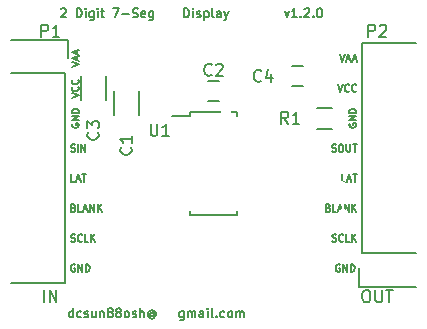
<source format=gbr>
G04 #@! TF.FileFunction,Legend,Top*
%FSLAX46Y46*%
G04 Gerber Fmt 4.6, Leading zero omitted, Abs format (unit mm)*
G04 Created by KiCad (PCBNEW (2015-12-09 BZR 6195)-product) date Sun Sep  4 13:43:46 2016*
%MOMM*%
G01*
G04 APERTURE LIST*
%ADD10C,0.100000*%
%ADD11C,0.150000*%
%ADD12R,1.600000X0.400000*%
%ADD13R,1.600000X1.600000*%
%ADD14C,1.600000*%
%ADD15R,3.302000X1.778000*%
%ADD16R,2.032000X1.778000*%
%ADD17R,1.600000X1.200000*%
%ADD18R,1.100000X1.250000*%
%ADD19R,1.000000X1.300000*%
%ADD20C,1.143000*%
%ADD21C,0.889000*%
G04 APERTURE END LIST*
D10*
D11*
X155473572Y-107650000D02*
X155416429Y-107621429D01*
X155330715Y-107621429D01*
X155245000Y-107650000D01*
X155187858Y-107707143D01*
X155159286Y-107764286D01*
X155130715Y-107878571D01*
X155130715Y-107964286D01*
X155159286Y-108078571D01*
X155187858Y-108135714D01*
X155245000Y-108192857D01*
X155330715Y-108221429D01*
X155387858Y-108221429D01*
X155473572Y-108192857D01*
X155502143Y-108164286D01*
X155502143Y-107964286D01*
X155387858Y-107964286D01*
X155759286Y-108221429D02*
X155759286Y-107621429D01*
X156102143Y-108221429D01*
X156102143Y-107621429D01*
X156387857Y-108221429D02*
X156387857Y-107621429D01*
X156530714Y-107621429D01*
X156616429Y-107650000D01*
X156673571Y-107707143D01*
X156702143Y-107764286D01*
X156730714Y-107878571D01*
X156730714Y-107964286D01*
X156702143Y-108078571D01*
X156673571Y-108135714D01*
X156616429Y-108192857D01*
X156530714Y-108221429D01*
X156387857Y-108221429D01*
X154486286Y-102827143D02*
X154572000Y-102855714D01*
X154600572Y-102884286D01*
X154629143Y-102941429D01*
X154629143Y-103027143D01*
X154600572Y-103084286D01*
X154572000Y-103112857D01*
X154514858Y-103141429D01*
X154286286Y-103141429D01*
X154286286Y-102541429D01*
X154486286Y-102541429D01*
X154543429Y-102570000D01*
X154572000Y-102598571D01*
X154600572Y-102655714D01*
X154600572Y-102712857D01*
X154572000Y-102770000D01*
X154543429Y-102798571D01*
X154486286Y-102827143D01*
X154286286Y-102827143D01*
X155172000Y-103141429D02*
X154886286Y-103141429D01*
X154886286Y-102541429D01*
X155343429Y-102970000D02*
X155629143Y-102970000D01*
X155286286Y-103141429D02*
X155486286Y-102541429D01*
X155686286Y-103141429D01*
X155886286Y-103141429D02*
X155886286Y-102541429D01*
X156229143Y-103141429D01*
X156229143Y-102541429D01*
X156514857Y-103141429D02*
X156514857Y-102541429D01*
X156857714Y-103141429D02*
X156600571Y-102798571D01*
X156857714Y-102541429D02*
X156514857Y-102884286D01*
X156291000Y-95707142D02*
X156262429Y-95764285D01*
X156262429Y-95849999D01*
X156291000Y-95935714D01*
X156348143Y-95992856D01*
X156405286Y-96021428D01*
X156519571Y-96049999D01*
X156605286Y-96049999D01*
X156719571Y-96021428D01*
X156776714Y-95992856D01*
X156833857Y-95935714D01*
X156862429Y-95849999D01*
X156862429Y-95792856D01*
X156833857Y-95707142D01*
X156805286Y-95678571D01*
X156605286Y-95678571D01*
X156605286Y-95792856D01*
X156862429Y-95421428D02*
X156262429Y-95421428D01*
X156862429Y-95078571D01*
X156262429Y-95078571D01*
X156862429Y-94792857D02*
X156262429Y-94792857D01*
X156262429Y-94650000D01*
X156291000Y-94564285D01*
X156348143Y-94507143D01*
X156405286Y-94478571D01*
X156519571Y-94450000D01*
X156605286Y-94450000D01*
X156719571Y-94478571D01*
X156776714Y-94507143D01*
X156833857Y-94564285D01*
X156862429Y-94650000D01*
X156862429Y-94792857D01*
X154829143Y-105652857D02*
X154914857Y-105681429D01*
X155057714Y-105681429D01*
X155114857Y-105652857D01*
X155143428Y-105624286D01*
X155172000Y-105567143D01*
X155172000Y-105510000D01*
X155143428Y-105452857D01*
X155114857Y-105424286D01*
X155057714Y-105395714D01*
X154943428Y-105367143D01*
X154886286Y-105338571D01*
X154857714Y-105310000D01*
X154829143Y-105252857D01*
X154829143Y-105195714D01*
X154857714Y-105138571D01*
X154886286Y-105110000D01*
X154943428Y-105081429D01*
X155086286Y-105081429D01*
X155172000Y-105110000D01*
X155772000Y-105624286D02*
X155743429Y-105652857D01*
X155657715Y-105681429D01*
X155600572Y-105681429D01*
X155514857Y-105652857D01*
X155457715Y-105595714D01*
X155429143Y-105538571D01*
X155400572Y-105424286D01*
X155400572Y-105338571D01*
X155429143Y-105224286D01*
X155457715Y-105167143D01*
X155514857Y-105110000D01*
X155600572Y-105081429D01*
X155657715Y-105081429D01*
X155743429Y-105110000D01*
X155772000Y-105138571D01*
X156314857Y-105681429D02*
X156029143Y-105681429D01*
X156029143Y-105081429D01*
X156514857Y-105681429D02*
X156514857Y-105081429D01*
X156857714Y-105681429D02*
X156600571Y-105338571D01*
X156857714Y-105081429D02*
X156514857Y-105424286D01*
X155943428Y-100601429D02*
X155657714Y-100601429D01*
X155657714Y-100001429D01*
X156114857Y-100430000D02*
X156400571Y-100430000D01*
X156057714Y-100601429D02*
X156257714Y-100001429D01*
X156457714Y-100601429D01*
X156572000Y-100001429D02*
X156914857Y-100001429D01*
X156743428Y-100601429D02*
X156743428Y-100001429D01*
X157623000Y-109815381D02*
X157813477Y-109815381D01*
X157908715Y-109863000D01*
X158003953Y-109958238D01*
X158051572Y-110148714D01*
X158051572Y-110482048D01*
X158003953Y-110672524D01*
X157908715Y-110767762D01*
X157813477Y-110815381D01*
X157623000Y-110815381D01*
X157527762Y-110767762D01*
X157432524Y-110672524D01*
X157384905Y-110482048D01*
X157384905Y-110148714D01*
X157432524Y-109958238D01*
X157527762Y-109863000D01*
X157623000Y-109815381D01*
X158480143Y-109815381D02*
X158480143Y-110624905D01*
X158527762Y-110720143D01*
X158575381Y-110767762D01*
X158670619Y-110815381D01*
X158861096Y-110815381D01*
X158956334Y-110767762D01*
X159003953Y-110720143D01*
X159051572Y-110624905D01*
X159051572Y-109815381D01*
X159384905Y-109815381D02*
X159956334Y-109815381D01*
X159670619Y-110815381D02*
X159670619Y-109815381D01*
X130413191Y-110815381D02*
X130413191Y-109815381D01*
X130889381Y-110815381D02*
X130889381Y-109815381D01*
X131460810Y-110815381D01*
X131460810Y-109815381D01*
X132767429Y-90884286D02*
X133367429Y-90684286D01*
X132767429Y-90484286D01*
X133196000Y-90312857D02*
X133196000Y-90027143D01*
X133367429Y-90370000D02*
X132767429Y-90170000D01*
X133367429Y-89970000D01*
X133196000Y-89798571D02*
X133196000Y-89512857D01*
X133367429Y-89855714D02*
X132767429Y-89655714D01*
X133367429Y-89455714D01*
X132767429Y-93510000D02*
X133367429Y-93310000D01*
X132767429Y-93110000D01*
X133310286Y-92567143D02*
X133338857Y-92595714D01*
X133367429Y-92681428D01*
X133367429Y-92738571D01*
X133338857Y-92824286D01*
X133281714Y-92881428D01*
X133224571Y-92910000D01*
X133110286Y-92938571D01*
X133024571Y-92938571D01*
X132910286Y-92910000D01*
X132853143Y-92881428D01*
X132796000Y-92824286D01*
X132767429Y-92738571D01*
X132767429Y-92681428D01*
X132796000Y-92595714D01*
X132824571Y-92567143D01*
X133310286Y-91967143D02*
X133338857Y-91995714D01*
X133367429Y-92081428D01*
X133367429Y-92138571D01*
X133338857Y-92224286D01*
X133281714Y-92281428D01*
X133224571Y-92310000D01*
X133110286Y-92338571D01*
X133024571Y-92338571D01*
X132910286Y-92310000D01*
X132853143Y-92281428D01*
X132796000Y-92224286D01*
X132767429Y-92138571D01*
X132767429Y-92081428D01*
X132796000Y-91995714D01*
X132824571Y-91967143D01*
X150792857Y-86199286D02*
X150971428Y-86699286D01*
X151150000Y-86199286D01*
X151828572Y-86699286D02*
X151400000Y-86699286D01*
X151614286Y-86699286D02*
X151614286Y-85949286D01*
X151542857Y-86056429D01*
X151471429Y-86127857D01*
X151400000Y-86163571D01*
X152150000Y-86627857D02*
X152185715Y-86663571D01*
X152150000Y-86699286D01*
X152114286Y-86663571D01*
X152150000Y-86627857D01*
X152150000Y-86699286D01*
X152471429Y-86020714D02*
X152507143Y-85985000D01*
X152578572Y-85949286D01*
X152757143Y-85949286D01*
X152828572Y-85985000D01*
X152864286Y-86020714D01*
X152900001Y-86092143D01*
X152900001Y-86163571D01*
X152864286Y-86270714D01*
X152435715Y-86699286D01*
X152900001Y-86699286D01*
X153221429Y-86627857D02*
X153257144Y-86663571D01*
X153221429Y-86699286D01*
X153185715Y-86663571D01*
X153221429Y-86627857D01*
X153221429Y-86699286D01*
X153721430Y-85949286D02*
X153792858Y-85949286D01*
X153864287Y-85985000D01*
X153900001Y-86020714D01*
X153935715Y-86092143D01*
X153971430Y-86235000D01*
X153971430Y-86413571D01*
X153935715Y-86556429D01*
X153900001Y-86627857D01*
X153864287Y-86663571D01*
X153792858Y-86699286D01*
X153721430Y-86699286D01*
X153650001Y-86663571D01*
X153614287Y-86627857D01*
X153578572Y-86556429D01*
X153542858Y-86413571D01*
X153542858Y-86235000D01*
X153578572Y-86092143D01*
X153614287Y-86020714D01*
X153650001Y-85985000D01*
X153721430Y-85949286D01*
X131866571Y-86020714D02*
X131902285Y-85985000D01*
X131973714Y-85949286D01*
X132152285Y-85949286D01*
X132223714Y-85985000D01*
X132259428Y-86020714D01*
X132295143Y-86092143D01*
X132295143Y-86163571D01*
X132259428Y-86270714D01*
X131830857Y-86699286D01*
X132295143Y-86699286D01*
X133188000Y-86699286D02*
X133188000Y-85949286D01*
X133366572Y-85949286D01*
X133473715Y-85985000D01*
X133545143Y-86056429D01*
X133580858Y-86127857D01*
X133616572Y-86270714D01*
X133616572Y-86377857D01*
X133580858Y-86520714D01*
X133545143Y-86592143D01*
X133473715Y-86663571D01*
X133366572Y-86699286D01*
X133188000Y-86699286D01*
X133938000Y-86699286D02*
X133938000Y-86199286D01*
X133938000Y-85949286D02*
X133902286Y-85985000D01*
X133938000Y-86020714D01*
X133973715Y-85985000D01*
X133938000Y-85949286D01*
X133938000Y-86020714D01*
X134616572Y-86199286D02*
X134616572Y-86806429D01*
X134580858Y-86877857D01*
X134545143Y-86913571D01*
X134473715Y-86949286D01*
X134366572Y-86949286D01*
X134295143Y-86913571D01*
X134616572Y-86663571D02*
X134545143Y-86699286D01*
X134402286Y-86699286D01*
X134330858Y-86663571D01*
X134295143Y-86627857D01*
X134259429Y-86556429D01*
X134259429Y-86342143D01*
X134295143Y-86270714D01*
X134330858Y-86235000D01*
X134402286Y-86199286D01*
X134545143Y-86199286D01*
X134616572Y-86235000D01*
X134973714Y-86699286D02*
X134973714Y-86199286D01*
X134973714Y-85949286D02*
X134938000Y-85985000D01*
X134973714Y-86020714D01*
X135009429Y-85985000D01*
X134973714Y-85949286D01*
X134973714Y-86020714D01*
X135223715Y-86199286D02*
X135509429Y-86199286D01*
X135330857Y-85949286D02*
X135330857Y-86592143D01*
X135366572Y-86663571D01*
X135438000Y-86699286D01*
X135509429Y-86699286D01*
X136259429Y-85949286D02*
X136759429Y-85949286D01*
X136438000Y-86699286D01*
X137045143Y-86413571D02*
X137616572Y-86413571D01*
X137938000Y-86663571D02*
X138045143Y-86699286D01*
X138223714Y-86699286D01*
X138295143Y-86663571D01*
X138330857Y-86627857D01*
X138366572Y-86556429D01*
X138366572Y-86485000D01*
X138330857Y-86413571D01*
X138295143Y-86377857D01*
X138223714Y-86342143D01*
X138080857Y-86306429D01*
X138009429Y-86270714D01*
X137973714Y-86235000D01*
X137938000Y-86163571D01*
X137938000Y-86092143D01*
X137973714Y-86020714D01*
X138009429Y-85985000D01*
X138080857Y-85949286D01*
X138259429Y-85949286D01*
X138366572Y-85985000D01*
X138973715Y-86663571D02*
X138902286Y-86699286D01*
X138759429Y-86699286D01*
X138688000Y-86663571D01*
X138652286Y-86592143D01*
X138652286Y-86306429D01*
X138688000Y-86235000D01*
X138759429Y-86199286D01*
X138902286Y-86199286D01*
X138973715Y-86235000D01*
X139009429Y-86306429D01*
X139009429Y-86377857D01*
X138652286Y-86449286D01*
X139652286Y-86199286D02*
X139652286Y-86806429D01*
X139616572Y-86877857D01*
X139580857Y-86913571D01*
X139509429Y-86949286D01*
X139402286Y-86949286D01*
X139330857Y-86913571D01*
X139652286Y-86663571D02*
X139580857Y-86699286D01*
X139438000Y-86699286D01*
X139366572Y-86663571D01*
X139330857Y-86627857D01*
X139295143Y-86556429D01*
X139295143Y-86342143D01*
X139330857Y-86270714D01*
X139366572Y-86235000D01*
X139438000Y-86199286D01*
X139580857Y-86199286D01*
X139652286Y-86235000D01*
X142295144Y-86699286D02*
X142295144Y-85949286D01*
X142473716Y-85949286D01*
X142580859Y-85985000D01*
X142652287Y-86056429D01*
X142688002Y-86127857D01*
X142723716Y-86270714D01*
X142723716Y-86377857D01*
X142688002Y-86520714D01*
X142652287Y-86592143D01*
X142580859Y-86663571D01*
X142473716Y-86699286D01*
X142295144Y-86699286D01*
X143045144Y-86699286D02*
X143045144Y-86199286D01*
X143045144Y-85949286D02*
X143009430Y-85985000D01*
X143045144Y-86020714D01*
X143080859Y-85985000D01*
X143045144Y-85949286D01*
X143045144Y-86020714D01*
X143366573Y-86663571D02*
X143438002Y-86699286D01*
X143580859Y-86699286D01*
X143652287Y-86663571D01*
X143688002Y-86592143D01*
X143688002Y-86556429D01*
X143652287Y-86485000D01*
X143580859Y-86449286D01*
X143473716Y-86449286D01*
X143402287Y-86413571D01*
X143366573Y-86342143D01*
X143366573Y-86306429D01*
X143402287Y-86235000D01*
X143473716Y-86199286D01*
X143580859Y-86199286D01*
X143652287Y-86235000D01*
X144009430Y-86199286D02*
X144009430Y-86949286D01*
X144009430Y-86235000D02*
X144080859Y-86199286D01*
X144223716Y-86199286D01*
X144295145Y-86235000D01*
X144330859Y-86270714D01*
X144366573Y-86342143D01*
X144366573Y-86556429D01*
X144330859Y-86627857D01*
X144295145Y-86663571D01*
X144223716Y-86699286D01*
X144080859Y-86699286D01*
X144009430Y-86663571D01*
X144795144Y-86699286D02*
X144723716Y-86663571D01*
X144688001Y-86592143D01*
X144688001Y-85949286D01*
X145402287Y-86699286D02*
X145402287Y-86306429D01*
X145366573Y-86235000D01*
X145295144Y-86199286D01*
X145152287Y-86199286D01*
X145080858Y-86235000D01*
X145402287Y-86663571D02*
X145330858Y-86699286D01*
X145152287Y-86699286D01*
X145080858Y-86663571D01*
X145045144Y-86592143D01*
X145045144Y-86520714D01*
X145080858Y-86449286D01*
X145152287Y-86413571D01*
X145330858Y-86413571D01*
X145402287Y-86377857D01*
X145688001Y-86199286D02*
X145866572Y-86699286D01*
X146045144Y-86199286D02*
X145866572Y-86699286D01*
X145795144Y-86877857D01*
X145759429Y-86913571D01*
X145688001Y-86949286D01*
X132882572Y-112099286D02*
X132882572Y-111349286D01*
X132882572Y-112063571D02*
X132811143Y-112099286D01*
X132668286Y-112099286D01*
X132596858Y-112063571D01*
X132561143Y-112027857D01*
X132525429Y-111956429D01*
X132525429Y-111742143D01*
X132561143Y-111670714D01*
X132596858Y-111635000D01*
X132668286Y-111599286D01*
X132811143Y-111599286D01*
X132882572Y-111635000D01*
X133561143Y-112063571D02*
X133489714Y-112099286D01*
X133346857Y-112099286D01*
X133275429Y-112063571D01*
X133239714Y-112027857D01*
X133204000Y-111956429D01*
X133204000Y-111742143D01*
X133239714Y-111670714D01*
X133275429Y-111635000D01*
X133346857Y-111599286D01*
X133489714Y-111599286D01*
X133561143Y-111635000D01*
X133846857Y-112063571D02*
X133918286Y-112099286D01*
X134061143Y-112099286D01*
X134132571Y-112063571D01*
X134168286Y-111992143D01*
X134168286Y-111956429D01*
X134132571Y-111885000D01*
X134061143Y-111849286D01*
X133954000Y-111849286D01*
X133882571Y-111813571D01*
X133846857Y-111742143D01*
X133846857Y-111706429D01*
X133882571Y-111635000D01*
X133954000Y-111599286D01*
X134061143Y-111599286D01*
X134132571Y-111635000D01*
X134811143Y-111599286D02*
X134811143Y-112099286D01*
X134489714Y-111599286D02*
X134489714Y-111992143D01*
X134525429Y-112063571D01*
X134596857Y-112099286D01*
X134704000Y-112099286D01*
X134775429Y-112063571D01*
X134811143Y-112027857D01*
X135168285Y-111599286D02*
X135168285Y-112099286D01*
X135168285Y-111670714D02*
X135204000Y-111635000D01*
X135275428Y-111599286D01*
X135382571Y-111599286D01*
X135454000Y-111635000D01*
X135489714Y-111706429D01*
X135489714Y-112099286D01*
X135953999Y-111670714D02*
X135882571Y-111635000D01*
X135846856Y-111599286D01*
X135811142Y-111527857D01*
X135811142Y-111492143D01*
X135846856Y-111420714D01*
X135882571Y-111385000D01*
X135953999Y-111349286D01*
X136096856Y-111349286D01*
X136168285Y-111385000D01*
X136203999Y-111420714D01*
X136239714Y-111492143D01*
X136239714Y-111527857D01*
X136203999Y-111599286D01*
X136168285Y-111635000D01*
X136096856Y-111670714D01*
X135953999Y-111670714D01*
X135882571Y-111706429D01*
X135846856Y-111742143D01*
X135811142Y-111813571D01*
X135811142Y-111956429D01*
X135846856Y-112027857D01*
X135882571Y-112063571D01*
X135953999Y-112099286D01*
X136096856Y-112099286D01*
X136168285Y-112063571D01*
X136203999Y-112027857D01*
X136239714Y-111956429D01*
X136239714Y-111813571D01*
X136203999Y-111742143D01*
X136168285Y-111706429D01*
X136096856Y-111670714D01*
X136668285Y-111670714D02*
X136596857Y-111635000D01*
X136561142Y-111599286D01*
X136525428Y-111527857D01*
X136525428Y-111492143D01*
X136561142Y-111420714D01*
X136596857Y-111385000D01*
X136668285Y-111349286D01*
X136811142Y-111349286D01*
X136882571Y-111385000D01*
X136918285Y-111420714D01*
X136954000Y-111492143D01*
X136954000Y-111527857D01*
X136918285Y-111599286D01*
X136882571Y-111635000D01*
X136811142Y-111670714D01*
X136668285Y-111670714D01*
X136596857Y-111706429D01*
X136561142Y-111742143D01*
X136525428Y-111813571D01*
X136525428Y-111956429D01*
X136561142Y-112027857D01*
X136596857Y-112063571D01*
X136668285Y-112099286D01*
X136811142Y-112099286D01*
X136882571Y-112063571D01*
X136918285Y-112027857D01*
X136954000Y-111956429D01*
X136954000Y-111813571D01*
X136918285Y-111742143D01*
X136882571Y-111706429D01*
X136811142Y-111670714D01*
X137382571Y-112099286D02*
X137311143Y-112063571D01*
X137275428Y-112027857D01*
X137239714Y-111956429D01*
X137239714Y-111742143D01*
X137275428Y-111670714D01*
X137311143Y-111635000D01*
X137382571Y-111599286D01*
X137489714Y-111599286D01*
X137561143Y-111635000D01*
X137596857Y-111670714D01*
X137632571Y-111742143D01*
X137632571Y-111956429D01*
X137596857Y-112027857D01*
X137561143Y-112063571D01*
X137489714Y-112099286D01*
X137382571Y-112099286D01*
X137918285Y-112063571D02*
X137989714Y-112099286D01*
X138132571Y-112099286D01*
X138203999Y-112063571D01*
X138239714Y-111992143D01*
X138239714Y-111956429D01*
X138203999Y-111885000D01*
X138132571Y-111849286D01*
X138025428Y-111849286D01*
X137953999Y-111813571D01*
X137918285Y-111742143D01*
X137918285Y-111706429D01*
X137953999Y-111635000D01*
X138025428Y-111599286D01*
X138132571Y-111599286D01*
X138203999Y-111635000D01*
X138561142Y-112099286D02*
X138561142Y-111349286D01*
X138882571Y-112099286D02*
X138882571Y-111706429D01*
X138846857Y-111635000D01*
X138775428Y-111599286D01*
X138668285Y-111599286D01*
X138596857Y-111635000D01*
X138561142Y-111670714D01*
X139703999Y-111742143D02*
X139668285Y-111706429D01*
X139596856Y-111670714D01*
X139525428Y-111670714D01*
X139453999Y-111706429D01*
X139418285Y-111742143D01*
X139382571Y-111813571D01*
X139382571Y-111885000D01*
X139418285Y-111956429D01*
X139453999Y-111992143D01*
X139525428Y-112027857D01*
X139596856Y-112027857D01*
X139668285Y-111992143D01*
X139703999Y-111956429D01*
X139703999Y-111670714D02*
X139703999Y-111956429D01*
X139739713Y-111992143D01*
X139775428Y-111992143D01*
X139846856Y-111956429D01*
X139882571Y-111885000D01*
X139882571Y-111706429D01*
X139811142Y-111599286D01*
X139703999Y-111527857D01*
X139561142Y-111492143D01*
X139418285Y-111527857D01*
X139311142Y-111599286D01*
X139239713Y-111706429D01*
X139203999Y-111849286D01*
X139239713Y-111992143D01*
X139311142Y-112099286D01*
X139418285Y-112170714D01*
X139561142Y-112206429D01*
X139703999Y-112170714D01*
X139811142Y-112099286D01*
X142239715Y-111599286D02*
X142239715Y-112206429D01*
X142204001Y-112277857D01*
X142168286Y-112313571D01*
X142096858Y-112349286D01*
X141989715Y-112349286D01*
X141918286Y-112313571D01*
X142239715Y-112063571D02*
X142168286Y-112099286D01*
X142025429Y-112099286D01*
X141954001Y-112063571D01*
X141918286Y-112027857D01*
X141882572Y-111956429D01*
X141882572Y-111742143D01*
X141918286Y-111670714D01*
X141954001Y-111635000D01*
X142025429Y-111599286D01*
X142168286Y-111599286D01*
X142239715Y-111635000D01*
X142596857Y-112099286D02*
X142596857Y-111599286D01*
X142596857Y-111670714D02*
X142632572Y-111635000D01*
X142704000Y-111599286D01*
X142811143Y-111599286D01*
X142882572Y-111635000D01*
X142918286Y-111706429D01*
X142918286Y-112099286D01*
X142918286Y-111706429D02*
X142954000Y-111635000D01*
X143025429Y-111599286D01*
X143132572Y-111599286D01*
X143204000Y-111635000D01*
X143239715Y-111706429D01*
X143239715Y-112099286D01*
X143918286Y-112099286D02*
X143918286Y-111706429D01*
X143882572Y-111635000D01*
X143811143Y-111599286D01*
X143668286Y-111599286D01*
X143596857Y-111635000D01*
X143918286Y-112063571D02*
X143846857Y-112099286D01*
X143668286Y-112099286D01*
X143596857Y-112063571D01*
X143561143Y-111992143D01*
X143561143Y-111920714D01*
X143596857Y-111849286D01*
X143668286Y-111813571D01*
X143846857Y-111813571D01*
X143918286Y-111777857D01*
X144275428Y-112099286D02*
X144275428Y-111599286D01*
X144275428Y-111349286D02*
X144239714Y-111385000D01*
X144275428Y-111420714D01*
X144311143Y-111385000D01*
X144275428Y-111349286D01*
X144275428Y-111420714D01*
X144739714Y-112099286D02*
X144668286Y-112063571D01*
X144632571Y-111992143D01*
X144632571Y-111349286D01*
X145025428Y-112027857D02*
X145061143Y-112063571D01*
X145025428Y-112099286D01*
X144989714Y-112063571D01*
X145025428Y-112027857D01*
X145025428Y-112099286D01*
X145704000Y-112063571D02*
X145632571Y-112099286D01*
X145489714Y-112099286D01*
X145418286Y-112063571D01*
X145382571Y-112027857D01*
X145346857Y-111956429D01*
X145346857Y-111742143D01*
X145382571Y-111670714D01*
X145418286Y-111635000D01*
X145489714Y-111599286D01*
X145632571Y-111599286D01*
X145704000Y-111635000D01*
X146132571Y-112099286D02*
X146061143Y-112063571D01*
X146025428Y-112027857D01*
X145989714Y-111956429D01*
X145989714Y-111742143D01*
X146025428Y-111670714D01*
X146061143Y-111635000D01*
X146132571Y-111599286D01*
X146239714Y-111599286D01*
X146311143Y-111635000D01*
X146346857Y-111670714D01*
X146382571Y-111742143D01*
X146382571Y-111956429D01*
X146346857Y-112027857D01*
X146311143Y-112063571D01*
X146239714Y-112099286D01*
X146132571Y-112099286D01*
X146703999Y-112099286D02*
X146703999Y-111599286D01*
X146703999Y-111670714D02*
X146739714Y-111635000D01*
X146811142Y-111599286D01*
X146918285Y-111599286D01*
X146989714Y-111635000D01*
X147025428Y-111706429D01*
X147025428Y-112099286D01*
X147025428Y-111706429D02*
X147061142Y-111635000D01*
X147132571Y-111599286D01*
X147239714Y-111599286D01*
X147311142Y-111635000D01*
X147346857Y-111706429D01*
X147346857Y-112099286D01*
X154800572Y-98032857D02*
X154886286Y-98061429D01*
X155029143Y-98061429D01*
X155086286Y-98032857D01*
X155114857Y-98004286D01*
X155143429Y-97947143D01*
X155143429Y-97890000D01*
X155114857Y-97832857D01*
X155086286Y-97804286D01*
X155029143Y-97775714D01*
X154914857Y-97747143D01*
X154857715Y-97718571D01*
X154829143Y-97690000D01*
X154800572Y-97632857D01*
X154800572Y-97575714D01*
X154829143Y-97518571D01*
X154857715Y-97490000D01*
X154914857Y-97461429D01*
X155057715Y-97461429D01*
X155143429Y-97490000D01*
X155514858Y-97461429D02*
X155629144Y-97461429D01*
X155686286Y-97490000D01*
X155743429Y-97547143D01*
X155772001Y-97661429D01*
X155772001Y-97861429D01*
X155743429Y-97975714D01*
X155686286Y-98032857D01*
X155629144Y-98061429D01*
X155514858Y-98061429D01*
X155457715Y-98032857D01*
X155400572Y-97975714D01*
X155372001Y-97861429D01*
X155372001Y-97661429D01*
X155400572Y-97547143D01*
X155457715Y-97490000D01*
X155514858Y-97461429D01*
X156029143Y-97461429D02*
X156029143Y-97947143D01*
X156057715Y-98004286D01*
X156086286Y-98032857D01*
X156143429Y-98061429D01*
X156257715Y-98061429D01*
X156314857Y-98032857D01*
X156343429Y-98004286D01*
X156372000Y-97947143D01*
X156372000Y-97461429D01*
X156572000Y-97461429D02*
X156914857Y-97461429D01*
X156743428Y-98061429D02*
X156743428Y-97461429D01*
X155486285Y-89841429D02*
X155686285Y-90441429D01*
X155886285Y-89841429D01*
X156057714Y-90270000D02*
X156343428Y-90270000D01*
X156000571Y-90441429D02*
X156200571Y-89841429D01*
X156400571Y-90441429D01*
X156572000Y-90270000D02*
X156857714Y-90270000D01*
X156514857Y-90441429D02*
X156714857Y-89841429D01*
X156914857Y-90441429D01*
X155314857Y-92381429D02*
X155514857Y-92981429D01*
X155714857Y-92381429D01*
X156257714Y-92924286D02*
X156229143Y-92952857D01*
X156143429Y-92981429D01*
X156086286Y-92981429D01*
X156000571Y-92952857D01*
X155943429Y-92895714D01*
X155914857Y-92838571D01*
X155886286Y-92724286D01*
X155886286Y-92638571D01*
X155914857Y-92524286D01*
X155943429Y-92467143D01*
X156000571Y-92410000D01*
X156086286Y-92381429D01*
X156143429Y-92381429D01*
X156229143Y-92410000D01*
X156257714Y-92438571D01*
X156857714Y-92924286D02*
X156829143Y-92952857D01*
X156743429Y-92981429D01*
X156686286Y-92981429D01*
X156600571Y-92952857D01*
X156543429Y-92895714D01*
X156514857Y-92838571D01*
X156486286Y-92724286D01*
X156486286Y-92638571D01*
X156514857Y-92524286D01*
X156543429Y-92467143D01*
X156600571Y-92410000D01*
X156686286Y-92381429D01*
X156743429Y-92381429D01*
X156829143Y-92410000D01*
X156857714Y-92438571D01*
X132796000Y-95707142D02*
X132767429Y-95764285D01*
X132767429Y-95849999D01*
X132796000Y-95935714D01*
X132853143Y-95992856D01*
X132910286Y-96021428D01*
X133024571Y-96049999D01*
X133110286Y-96049999D01*
X133224571Y-96021428D01*
X133281714Y-95992856D01*
X133338857Y-95935714D01*
X133367429Y-95849999D01*
X133367429Y-95792856D01*
X133338857Y-95707142D01*
X133310286Y-95678571D01*
X133110286Y-95678571D01*
X133110286Y-95792856D01*
X133367429Y-95421428D02*
X132767429Y-95421428D01*
X133367429Y-95078571D01*
X132767429Y-95078571D01*
X133367429Y-94792857D02*
X132767429Y-94792857D01*
X132767429Y-94650000D01*
X132796000Y-94564285D01*
X132853143Y-94507143D01*
X132910286Y-94478571D01*
X133024571Y-94450000D01*
X133110286Y-94450000D01*
X133224571Y-94478571D01*
X133281714Y-94507143D01*
X133338857Y-94564285D01*
X133367429Y-94650000D01*
X133367429Y-94792857D01*
X132702286Y-98032857D02*
X132788000Y-98061429D01*
X132930857Y-98061429D01*
X132988000Y-98032857D01*
X133016571Y-98004286D01*
X133045143Y-97947143D01*
X133045143Y-97890000D01*
X133016571Y-97832857D01*
X132988000Y-97804286D01*
X132930857Y-97775714D01*
X132816571Y-97747143D01*
X132759429Y-97718571D01*
X132730857Y-97690000D01*
X132702286Y-97632857D01*
X132702286Y-97575714D01*
X132730857Y-97518571D01*
X132759429Y-97490000D01*
X132816571Y-97461429D01*
X132959429Y-97461429D01*
X133045143Y-97490000D01*
X133302286Y-98061429D02*
X133302286Y-97461429D01*
X133588000Y-98061429D02*
X133588000Y-97461429D01*
X133930857Y-98061429D01*
X133930857Y-97461429D01*
X133016571Y-100601429D02*
X132730857Y-100601429D01*
X132730857Y-100001429D01*
X133188000Y-100430000D02*
X133473714Y-100430000D01*
X133130857Y-100601429D02*
X133330857Y-100001429D01*
X133530857Y-100601429D01*
X133645143Y-100001429D02*
X133988000Y-100001429D01*
X133816571Y-100601429D02*
X133816571Y-100001429D01*
X132930857Y-102827143D02*
X133016571Y-102855714D01*
X133045143Y-102884286D01*
X133073714Y-102941429D01*
X133073714Y-103027143D01*
X133045143Y-103084286D01*
X133016571Y-103112857D01*
X132959429Y-103141429D01*
X132730857Y-103141429D01*
X132730857Y-102541429D01*
X132930857Y-102541429D01*
X132988000Y-102570000D01*
X133016571Y-102598571D01*
X133045143Y-102655714D01*
X133045143Y-102712857D01*
X133016571Y-102770000D01*
X132988000Y-102798571D01*
X132930857Y-102827143D01*
X132730857Y-102827143D01*
X133616571Y-103141429D02*
X133330857Y-103141429D01*
X133330857Y-102541429D01*
X133788000Y-102970000D02*
X134073714Y-102970000D01*
X133730857Y-103141429D02*
X133930857Y-102541429D01*
X134130857Y-103141429D01*
X134330857Y-103141429D02*
X134330857Y-102541429D01*
X134673714Y-103141429D01*
X134673714Y-102541429D01*
X134959428Y-103141429D02*
X134959428Y-102541429D01*
X135302285Y-103141429D02*
X135045142Y-102798571D01*
X135302285Y-102541429D02*
X134959428Y-102884286D01*
X132702286Y-105652857D02*
X132788000Y-105681429D01*
X132930857Y-105681429D01*
X132988000Y-105652857D01*
X133016571Y-105624286D01*
X133045143Y-105567143D01*
X133045143Y-105510000D01*
X133016571Y-105452857D01*
X132988000Y-105424286D01*
X132930857Y-105395714D01*
X132816571Y-105367143D01*
X132759429Y-105338571D01*
X132730857Y-105310000D01*
X132702286Y-105252857D01*
X132702286Y-105195714D01*
X132730857Y-105138571D01*
X132759429Y-105110000D01*
X132816571Y-105081429D01*
X132959429Y-105081429D01*
X133045143Y-105110000D01*
X133645143Y-105624286D02*
X133616572Y-105652857D01*
X133530858Y-105681429D01*
X133473715Y-105681429D01*
X133388000Y-105652857D01*
X133330858Y-105595714D01*
X133302286Y-105538571D01*
X133273715Y-105424286D01*
X133273715Y-105338571D01*
X133302286Y-105224286D01*
X133330858Y-105167143D01*
X133388000Y-105110000D01*
X133473715Y-105081429D01*
X133530858Y-105081429D01*
X133616572Y-105110000D01*
X133645143Y-105138571D01*
X134188000Y-105681429D02*
X133902286Y-105681429D01*
X133902286Y-105081429D01*
X134388000Y-105681429D02*
X134388000Y-105081429D01*
X134730857Y-105681429D02*
X134473714Y-105338571D01*
X134730857Y-105081429D02*
X134388000Y-105424286D01*
X133045143Y-107650000D02*
X132988000Y-107621429D01*
X132902286Y-107621429D01*
X132816571Y-107650000D01*
X132759429Y-107707143D01*
X132730857Y-107764286D01*
X132702286Y-107878571D01*
X132702286Y-107964286D01*
X132730857Y-108078571D01*
X132759429Y-108135714D01*
X132816571Y-108192857D01*
X132902286Y-108221429D01*
X132959429Y-108221429D01*
X133045143Y-108192857D01*
X133073714Y-108164286D01*
X133073714Y-107964286D01*
X132959429Y-107964286D01*
X133330857Y-108221429D02*
X133330857Y-107621429D01*
X133673714Y-108221429D01*
X133673714Y-107621429D01*
X133959428Y-108221429D02*
X133959428Y-107621429D01*
X134102285Y-107621429D01*
X134188000Y-107650000D01*
X134245142Y-107707143D01*
X134273714Y-107764286D01*
X134302285Y-107878571D01*
X134302285Y-107964286D01*
X134273714Y-108078571D01*
X134245142Y-108135714D01*
X134188000Y-108192857D01*
X134102285Y-108221429D01*
X133959428Y-108221429D01*
X142780000Y-94685000D02*
X142780000Y-95042500D01*
X146780000Y-94685000D02*
X146780000Y-95042500D01*
X146780000Y-103435000D02*
X146780000Y-103077500D01*
X142780000Y-103435000D02*
X142780000Y-103077500D01*
X142780000Y-94685000D02*
X146780000Y-94685000D01*
X142780000Y-103435000D02*
X146780000Y-103435000D01*
X142780000Y-95042500D02*
X141280000Y-95042500D01*
X132207000Y-91440000D02*
X132207000Y-109220000D01*
X132207000Y-109220000D02*
X127635000Y-109220000D01*
X132487000Y-88620000D02*
X132487000Y-90170000D01*
X132207000Y-91440000D02*
X127635000Y-91440000D01*
X127635000Y-88620000D02*
X132487000Y-88620000D01*
X157353000Y-106680000D02*
X157353000Y-88900000D01*
X157353000Y-88900000D02*
X161925000Y-88900000D01*
X157073000Y-109500000D02*
X157073000Y-107950000D01*
X157353000Y-106680000D02*
X161925000Y-106680000D01*
X161925000Y-109500000D02*
X157073000Y-109500000D01*
X138439000Y-94980000D02*
X138439000Y-92980000D01*
X136389000Y-92980000D02*
X136389000Y-94980000D01*
X144280000Y-93814000D02*
X145280000Y-93814000D01*
X145280000Y-92114000D02*
X144280000Y-92114000D01*
X135645000Y-93710000D02*
X135645000Y-91710000D01*
X133595000Y-91710000D02*
X133595000Y-93710000D01*
X152392000Y-90844000D02*
X151392000Y-90844000D01*
X151392000Y-92544000D02*
X152392000Y-92544000D01*
X154778000Y-96125000D02*
X153578000Y-96125000D01*
X153578000Y-94375000D02*
X154778000Y-94375000D01*
X139446095Y-95718381D02*
X139446095Y-96527905D01*
X139493714Y-96623143D01*
X139541333Y-96670762D01*
X139636571Y-96718381D01*
X139827048Y-96718381D01*
X139922286Y-96670762D01*
X139969905Y-96623143D01*
X140017524Y-96527905D01*
X140017524Y-95718381D01*
X141017524Y-96718381D02*
X140446095Y-96718381D01*
X140731809Y-96718381D02*
X140731809Y-95718381D01*
X140636571Y-95861238D01*
X140541333Y-95956476D01*
X140446095Y-96004095D01*
X130198905Y-88336381D02*
X130198905Y-87336381D01*
X130579858Y-87336381D01*
X130675096Y-87384000D01*
X130722715Y-87431619D01*
X130770334Y-87526857D01*
X130770334Y-87669714D01*
X130722715Y-87764952D01*
X130675096Y-87812571D01*
X130579858Y-87860190D01*
X130198905Y-87860190D01*
X131722715Y-88336381D02*
X131151286Y-88336381D01*
X131437000Y-88336381D02*
X131437000Y-87336381D01*
X131341762Y-87479238D01*
X131246524Y-87574476D01*
X131151286Y-87622095D01*
X157884905Y-88336381D02*
X157884905Y-87336381D01*
X158265858Y-87336381D01*
X158361096Y-87384000D01*
X158408715Y-87431619D01*
X158456334Y-87526857D01*
X158456334Y-87669714D01*
X158408715Y-87764952D01*
X158361096Y-87812571D01*
X158265858Y-87860190D01*
X157884905Y-87860190D01*
X158837286Y-87431619D02*
X158884905Y-87384000D01*
X158980143Y-87336381D01*
X159218239Y-87336381D01*
X159313477Y-87384000D01*
X159361096Y-87431619D01*
X159408715Y-87526857D01*
X159408715Y-87622095D01*
X159361096Y-87764952D01*
X158789667Y-88336381D01*
X159408715Y-88336381D01*
X137771143Y-97702666D02*
X137818762Y-97750285D01*
X137866381Y-97893142D01*
X137866381Y-97988380D01*
X137818762Y-98131238D01*
X137723524Y-98226476D01*
X137628286Y-98274095D01*
X137437810Y-98321714D01*
X137294952Y-98321714D01*
X137104476Y-98274095D01*
X137009238Y-98226476D01*
X136914000Y-98131238D01*
X136866381Y-97988380D01*
X136866381Y-97893142D01*
X136914000Y-97750285D01*
X136961619Y-97702666D01*
X137866381Y-96750285D02*
X137866381Y-97321714D01*
X137866381Y-97036000D02*
X136866381Y-97036000D01*
X137009238Y-97131238D01*
X137104476Y-97226476D01*
X137152095Y-97321714D01*
X144613334Y-91543143D02*
X144565715Y-91590762D01*
X144422858Y-91638381D01*
X144327620Y-91638381D01*
X144184762Y-91590762D01*
X144089524Y-91495524D01*
X144041905Y-91400286D01*
X143994286Y-91209810D01*
X143994286Y-91066952D01*
X144041905Y-90876476D01*
X144089524Y-90781238D01*
X144184762Y-90686000D01*
X144327620Y-90638381D01*
X144422858Y-90638381D01*
X144565715Y-90686000D01*
X144613334Y-90733619D01*
X144994286Y-90733619D02*
X145041905Y-90686000D01*
X145137143Y-90638381D01*
X145375239Y-90638381D01*
X145470477Y-90686000D01*
X145518096Y-90733619D01*
X145565715Y-90828857D01*
X145565715Y-90924095D01*
X145518096Y-91066952D01*
X144946667Y-91638381D01*
X145565715Y-91638381D01*
X134977143Y-96432666D02*
X135024762Y-96480285D01*
X135072381Y-96623142D01*
X135072381Y-96718380D01*
X135024762Y-96861238D01*
X134929524Y-96956476D01*
X134834286Y-97004095D01*
X134643810Y-97051714D01*
X134500952Y-97051714D01*
X134310476Y-97004095D01*
X134215238Y-96956476D01*
X134120000Y-96861238D01*
X134072381Y-96718380D01*
X134072381Y-96623142D01*
X134120000Y-96480285D01*
X134167619Y-96432666D01*
X134072381Y-96099333D02*
X134072381Y-95480285D01*
X134453333Y-95813619D01*
X134453333Y-95670761D01*
X134500952Y-95575523D01*
X134548571Y-95527904D01*
X134643810Y-95480285D01*
X134881905Y-95480285D01*
X134977143Y-95527904D01*
X135024762Y-95575523D01*
X135072381Y-95670761D01*
X135072381Y-95956476D01*
X135024762Y-96051714D01*
X134977143Y-96099333D01*
X148804334Y-92051143D02*
X148756715Y-92098762D01*
X148613858Y-92146381D01*
X148518620Y-92146381D01*
X148375762Y-92098762D01*
X148280524Y-92003524D01*
X148232905Y-91908286D01*
X148185286Y-91717810D01*
X148185286Y-91574952D01*
X148232905Y-91384476D01*
X148280524Y-91289238D01*
X148375762Y-91194000D01*
X148518620Y-91146381D01*
X148613858Y-91146381D01*
X148756715Y-91194000D01*
X148804334Y-91241619D01*
X149661477Y-91479714D02*
X149661477Y-92146381D01*
X149423381Y-91098762D02*
X149185286Y-91813048D01*
X149804334Y-91813048D01*
X151090334Y-95702381D02*
X150757000Y-95226190D01*
X150518905Y-95702381D02*
X150518905Y-94702381D01*
X150899858Y-94702381D01*
X150995096Y-94750000D01*
X151042715Y-94797619D01*
X151090334Y-94892857D01*
X151090334Y-95035714D01*
X151042715Y-95130952D01*
X150995096Y-95178571D01*
X150899858Y-95226190D01*
X150518905Y-95226190D01*
X152042715Y-95702381D02*
X151471286Y-95702381D01*
X151757000Y-95702381D02*
X151757000Y-94702381D01*
X151661762Y-94845238D01*
X151566524Y-94940476D01*
X151471286Y-94988095D01*
%LPC*%
D12*
X142080000Y-95567500D03*
X142080000Y-96202500D03*
X142080000Y-96837500D03*
X142080000Y-97472500D03*
X142080000Y-98107500D03*
X142080000Y-98742500D03*
X142080000Y-99377500D03*
X142080000Y-100012500D03*
X142080000Y-100647500D03*
X142080000Y-101282500D03*
X142080000Y-101917500D03*
X142080000Y-102552500D03*
X147480000Y-102552500D03*
X147480000Y-101917500D03*
X147480000Y-101282500D03*
X147480000Y-100647500D03*
X147480000Y-100012500D03*
X147480000Y-99377500D03*
X147480000Y-98742500D03*
X147480000Y-98107500D03*
X147480000Y-97472500D03*
X147480000Y-96837500D03*
X147480000Y-96202500D03*
X147480000Y-95567500D03*
D13*
X154940000Y-110060000D03*
D14*
X152400000Y-110060000D03*
X149860000Y-110060000D03*
X147320000Y-110060000D03*
X144780000Y-110060000D03*
X142240000Y-110060000D03*
X139700000Y-110060000D03*
X137160000Y-110060000D03*
X134620000Y-110060000D03*
X134620000Y-88060000D03*
X137160000Y-88060000D03*
X139700000Y-88060000D03*
X142240000Y-88060000D03*
X144780000Y-88060000D03*
X147320000Y-88060000D03*
X149860000Y-88060000D03*
X152400000Y-88060000D03*
X154940000Y-88060000D03*
D15*
X129286000Y-107950000D03*
X129286000Y-105410000D03*
X129286000Y-102870000D03*
X129286000Y-100330000D03*
X129286000Y-97790000D03*
X129286000Y-95250000D03*
X129286000Y-92710000D03*
D16*
X130937000Y-90170000D03*
X130937000Y-92710000D03*
X130937000Y-95250000D03*
X130937000Y-97790000D03*
X130937000Y-100330000D03*
X130937000Y-102870000D03*
X130937000Y-105410000D03*
X130937000Y-107950000D03*
D15*
X129286000Y-90170000D03*
X160274000Y-90170000D03*
X160274000Y-92710000D03*
X160274000Y-95250000D03*
X160274000Y-97790000D03*
X160274000Y-100330000D03*
X160274000Y-102870000D03*
X160274000Y-105410000D03*
D16*
X158623000Y-107950000D03*
X158623000Y-105410000D03*
X158623000Y-102870000D03*
X158623000Y-100330000D03*
X158623000Y-97790000D03*
X158623000Y-95250000D03*
X158623000Y-92710000D03*
X158623000Y-90170000D03*
D15*
X160274000Y-107950000D03*
D17*
X137414000Y-92380000D03*
X137414000Y-95580000D03*
D18*
X143730000Y-92964000D03*
X145830000Y-92964000D03*
D17*
X134620000Y-91110000D03*
X134620000Y-94310000D03*
D18*
X152942000Y-91694000D03*
X150842000Y-91694000D03*
D19*
X155278000Y-95250000D03*
X153078000Y-95250000D03*
D20*
X148590000Y-111760000D03*
X140970000Y-111760000D03*
X140970000Y-86360000D03*
X148590000Y-86360000D03*
X141478000Y-92964000D03*
X141478000Y-94234000D03*
X145542000Y-105410000D03*
X147447000Y-103886000D03*
X133223000Y-99060000D03*
X158623000Y-111760000D03*
X130937000Y-111760000D03*
X130937000Y-86360000D03*
X158623000Y-86360000D03*
X155194000Y-91694000D03*
D21*
X150876000Y-97536000D03*
X143964052Y-98351948D03*
X156083000Y-106553000D03*
X145097520Y-107061000D03*
X141732006Y-104648000D03*
X144018000Y-99567998D03*
X138811000Y-100711000D03*
X138176000Y-103378000D03*
X139573000Y-103251000D03*
X149479000Y-102997000D03*
X151130000Y-102362000D03*
X152400000Y-102362000D03*
X155702000Y-103378000D03*
X155575000Y-100965000D03*
X154686000Y-99949000D03*
X144780000Y-95504000D03*
X145796000Y-94742000D03*
M02*

</source>
